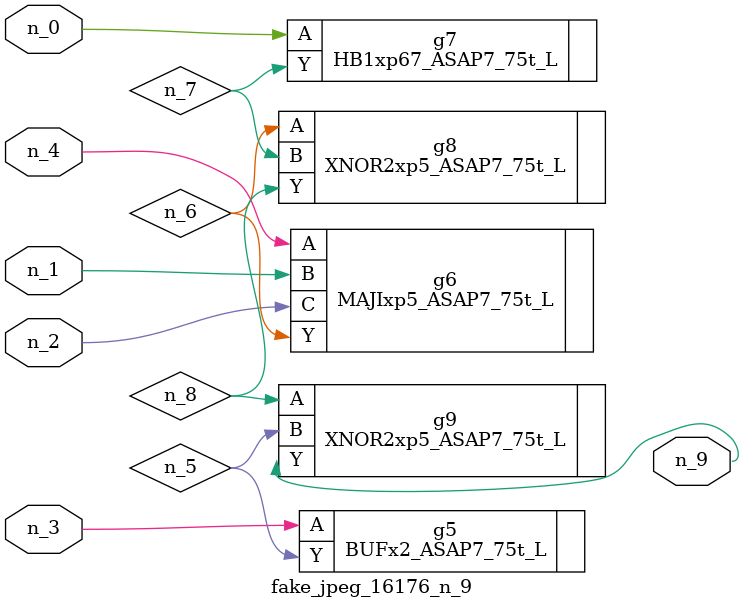
<source format=v>
module fake_jpeg_16176_n_9 (n_3, n_2, n_1, n_0, n_4, n_9);

input n_3;
input n_2;
input n_1;
input n_0;
input n_4;

output n_9;

wire n_8;
wire n_6;
wire n_5;
wire n_7;

BUFx2_ASAP7_75t_L g5 ( 
.A(n_3),
.Y(n_5)
);

MAJIxp5_ASAP7_75t_L g6 ( 
.A(n_4),
.B(n_1),
.C(n_2),
.Y(n_6)
);

HB1xp67_ASAP7_75t_L g7 ( 
.A(n_0),
.Y(n_7)
);

XNOR2xp5_ASAP7_75t_L g8 ( 
.A(n_6),
.B(n_7),
.Y(n_8)
);

XNOR2xp5_ASAP7_75t_L g9 ( 
.A(n_8),
.B(n_5),
.Y(n_9)
);


endmodule
</source>
